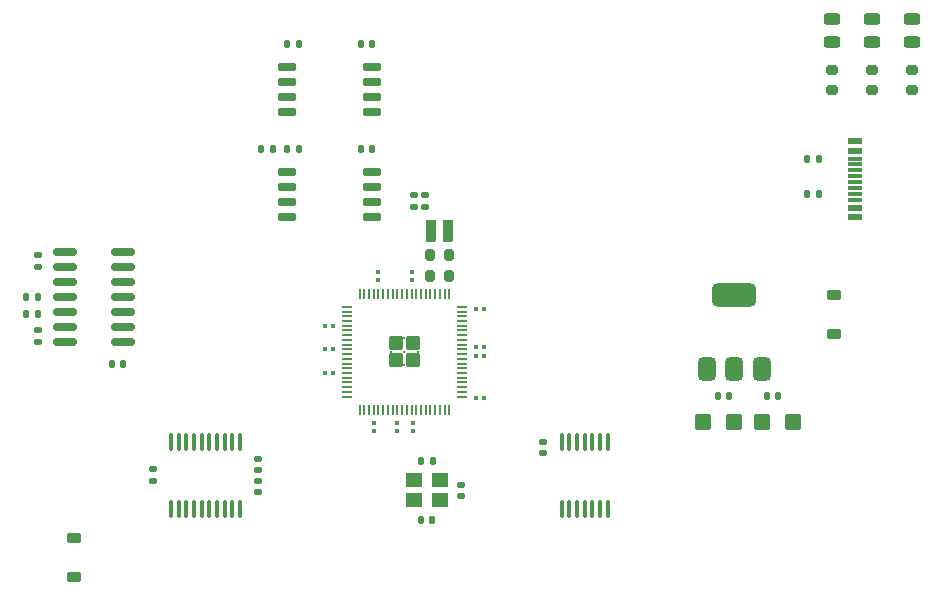
<source format=gbr>
%TF.GenerationSoftware,KiCad,Pcbnew,8.0.5*%
%TF.CreationDate,2024-11-14T03:51:15+01:00*%
%TF.ProjectId,Pico2-MSX,5069636f-322d-44d5-9358-2e6b69636164,0.3*%
%TF.SameCoordinates,Original*%
%TF.FileFunction,Paste,Top*%
%TF.FilePolarity,Positive*%
%FSLAX46Y46*%
G04 Gerber Fmt 4.6, Leading zero omitted, Abs format (unit mm)*
G04 Created by KiCad (PCBNEW 8.0.5) date 2024-11-14 03:51:15*
%MOMM*%
%LPD*%
G01*
G04 APERTURE LIST*
G04 Aperture macros list*
%AMRoundRect*
0 Rectangle with rounded corners*
0 $1 Rounding radius*
0 $2 $3 $4 $5 $6 $7 $8 $9 X,Y pos of 4 corners*
0 Add a 4 corners polygon primitive as box body*
4,1,4,$2,$3,$4,$5,$6,$7,$8,$9,$2,$3,0*
0 Add four circle primitives for the rounded corners*
1,1,$1+$1,$2,$3*
1,1,$1+$1,$4,$5*
1,1,$1+$1,$6,$7*
1,1,$1+$1,$8,$9*
0 Add four rect primitives between the rounded corners*
20,1,$1+$1,$2,$3,$4,$5,0*
20,1,$1+$1,$4,$5,$6,$7,0*
20,1,$1+$1,$6,$7,$8,$9,0*
20,1,$1+$1,$8,$9,$2,$3,0*%
G04 Aperture macros list end*
%ADD10RoundRect,0.079500X-0.100500X0.079500X-0.100500X-0.079500X0.100500X-0.079500X0.100500X0.079500X0*%
%ADD11R,1.240000X0.600000*%
%ADD12R,1.240000X0.300000*%
%ADD13RoundRect,0.135000X0.135000X0.185000X-0.135000X0.185000X-0.135000X-0.185000X0.135000X-0.185000X0*%
%ADD14RoundRect,0.150000X-0.650000X-0.150000X0.650000X-0.150000X0.650000X0.150000X-0.650000X0.150000X0*%
%ADD15RoundRect,0.100000X-0.100000X0.637500X-0.100000X-0.637500X0.100000X-0.637500X0.100000X0.637500X0*%
%ADD16RoundRect,0.079500X0.079500X0.100500X-0.079500X0.100500X-0.079500X-0.100500X0.079500X-0.100500X0*%
%ADD17R,1.400000X1.200000*%
%ADD18RoundRect,0.140000X-0.140000X-0.170000X0.140000X-0.170000X0.140000X0.170000X-0.140000X0.170000X0*%
%ADD19RoundRect,0.135000X-0.185000X0.135000X-0.185000X-0.135000X0.185000X-0.135000X0.185000X0.135000X0*%
%ADD20RoundRect,0.243750X0.456250X-0.243750X0.456250X0.243750X-0.456250X0.243750X-0.456250X-0.243750X0*%
%ADD21RoundRect,0.200000X-0.275000X0.200000X-0.275000X-0.200000X0.275000X-0.200000X0.275000X0.200000X0*%
%ADD22RoundRect,0.250000X-0.350000X-0.350000X0.350000X-0.350000X0.350000X0.350000X-0.350000X0.350000X0*%
%ADD23RoundRect,0.055000X0.335000X-0.055000X0.335000X0.055000X-0.335000X0.055000X-0.335000X-0.055000X0*%
%ADD24RoundRect,0.055000X-0.055000X-0.335000X0.055000X-0.335000X0.055000X0.335000X-0.055000X0.335000X0*%
%ADD25R,0.133333X0.133333*%
%ADD26RoundRect,0.079500X-0.079500X-0.100500X0.079500X-0.100500X0.079500X0.100500X-0.079500X0.100500X0*%
%ADD27RoundRect,0.250000X-0.450000X-0.425000X0.450000X-0.425000X0.450000X0.425000X-0.450000X0.425000X0*%
%ADD28RoundRect,0.140000X0.140000X0.170000X-0.140000X0.170000X-0.140000X-0.170000X0.140000X-0.170000X0*%
%ADD29RoundRect,0.135000X0.185000X-0.135000X0.185000X0.135000X-0.185000X0.135000X-0.185000X-0.135000X0*%
%ADD30RoundRect,0.200000X-0.200000X-0.275000X0.200000X-0.275000X0.200000X0.275000X-0.200000X0.275000X0*%
%ADD31RoundRect,0.225000X0.375000X-0.225000X0.375000X0.225000X-0.375000X0.225000X-0.375000X-0.225000X0*%
%ADD32RoundRect,0.150000X0.825000X0.150000X-0.825000X0.150000X-0.825000X-0.150000X0.825000X-0.150000X0*%
%ADD33RoundRect,0.135000X-0.135000X-0.185000X0.135000X-0.185000X0.135000X0.185000X-0.135000X0.185000X0*%
%ADD34RoundRect,0.140000X0.170000X-0.140000X0.170000X0.140000X-0.170000X0.140000X-0.170000X-0.140000X0*%
%ADD35RoundRect,0.079500X0.100500X-0.079500X0.100500X0.079500X-0.100500X0.079500X-0.100500X-0.079500X0*%
%ADD36RoundRect,0.100000X0.100000X-0.637500X0.100000X0.637500X-0.100000X0.637500X-0.100000X-0.637500X0*%
%ADD37RoundRect,0.140000X-0.170000X0.140000X-0.170000X-0.140000X0.170000X-0.140000X0.170000X0.140000X0*%
%ADD38RoundRect,0.225000X-0.225000X-0.725000X0.225000X-0.725000X0.225000X0.725000X-0.225000X0.725000X0*%
%ADD39RoundRect,0.225000X-0.375000X0.225000X-0.375000X-0.225000X0.375000X-0.225000X0.375000X0.225000X0*%
%ADD40RoundRect,0.375000X0.375000X-0.625000X0.375000X0.625000X-0.375000X0.625000X-0.375000X-0.625000X0*%
%ADD41RoundRect,0.500000X1.400000X-0.500000X1.400000X0.500000X-1.400000X0.500000X-1.400000X-0.500000X0*%
%ADD42RoundRect,0.250000X0.450000X0.425000X-0.450000X0.425000X-0.450000X-0.425000X0.450000X-0.425000X0*%
G04 APERTURE END LIST*
D10*
%TO.C,C14*%
X157802500Y-96974000D03*
X157802500Y-97664000D03*
%TD*%
%TO.C,C10*%
X154512500Y-96974000D03*
X154512500Y-97664000D03*
%TD*%
D11*
%TO.C,J2*%
X195297500Y-79514000D03*
X195297500Y-78714000D03*
D12*
X195297500Y-77564000D03*
X195297500Y-76564000D03*
X195297500Y-76064000D03*
X195297500Y-75064000D03*
D11*
X195297500Y-73914000D03*
X195297500Y-73114000D03*
X195297500Y-73114000D03*
X195297500Y-73914000D03*
D12*
X195297500Y-74564000D03*
X195297500Y-75564000D03*
X195297500Y-77064000D03*
X195297500Y-78064000D03*
D11*
X195297500Y-78714000D03*
X195297500Y-79514000D03*
%TD*%
D13*
%TO.C,R12*%
X192230000Y-77564000D03*
X191210000Y-77564000D03*
%TD*%
D14*
%TO.C,U4*%
X147162500Y-75679000D03*
X147162500Y-76949000D03*
X147162500Y-78219000D03*
X147162500Y-79489000D03*
X154362500Y-79489000D03*
X154362500Y-78219000D03*
X154362500Y-76949000D03*
X154362500Y-75679000D03*
%TD*%
D15*
%TO.C,U2*%
X143202500Y-98529000D03*
X142552500Y-98529000D03*
X141902500Y-98529000D03*
X141252500Y-98529000D03*
X140602500Y-98529000D03*
X139952500Y-98529000D03*
X139302500Y-98529000D03*
X138652500Y-98529000D03*
X138002500Y-98529000D03*
X137352500Y-98529000D03*
X137352500Y-104254000D03*
X138002500Y-104254000D03*
X138652500Y-104254000D03*
X139302500Y-104254000D03*
X139952500Y-104254000D03*
X140602500Y-104254000D03*
X141252500Y-104254000D03*
X141902500Y-104254000D03*
X142552500Y-104254000D03*
X143202500Y-104254000D03*
%TD*%
D16*
%TO.C,C7*%
X151057500Y-92719000D03*
X150367500Y-92719000D03*
%TD*%
D13*
%TO.C,R11*%
X192230000Y-74567750D03*
X191210000Y-74567750D03*
%TD*%
%TO.C,R1*%
X126062500Y-86282500D03*
X125042500Y-86282500D03*
%TD*%
D17*
%TO.C,Y1*%
X157887500Y-103516500D03*
X160087500Y-103516500D03*
X160087500Y-101816500D03*
X157887500Y-101816500D03*
%TD*%
D18*
%TO.C,C15*%
X158507500Y-105166500D03*
X159467500Y-105166500D03*
%TD*%
D19*
%TO.C,R9*%
X158887500Y-77632750D03*
X158887500Y-78652750D03*
%TD*%
D20*
%TO.C,D2*%
X193312500Y-64656500D03*
X193312500Y-62781500D03*
%TD*%
D13*
%TO.C,R7*%
X148182500Y-73784000D03*
X147162500Y-73784000D03*
%TD*%
D21*
%TO.C,R15*%
X200112500Y-67094000D03*
X200112500Y-68744000D03*
%TD*%
D22*
%TO.C,U6*%
X156412500Y-90219000D03*
X156412500Y-91619000D03*
X157812500Y-90219000D03*
X157812500Y-91619000D03*
D23*
X152216000Y-87119000D03*
X152216000Y-87519000D03*
X152216000Y-87919000D03*
X152216000Y-88319000D03*
X152216000Y-88719000D03*
X152216000Y-89119000D03*
X152216000Y-89519000D03*
X152216000Y-89919000D03*
X152216000Y-90319000D03*
X152216000Y-90719000D03*
X152216000Y-91119000D03*
X152216000Y-91519000D03*
X152216000Y-91919000D03*
X152216000Y-92319000D03*
X152216000Y-92719000D03*
X152216000Y-93119000D03*
X152216000Y-93519000D03*
X152216000Y-93919000D03*
X152216000Y-94319000D03*
X152216000Y-94719000D03*
D24*
X153312500Y-95815500D03*
X153712500Y-95815500D03*
X154112500Y-95815500D03*
X154512500Y-95815500D03*
X154912500Y-95815500D03*
X155312500Y-95815500D03*
X155712500Y-95815500D03*
X156112500Y-95815500D03*
X156512500Y-95815500D03*
X156912500Y-95815500D03*
X157312500Y-95815500D03*
X157712500Y-95815500D03*
X158112500Y-95815500D03*
X158512500Y-95815500D03*
X158912500Y-95815500D03*
X159312500Y-95815500D03*
X159712500Y-95815500D03*
X160112500Y-95815500D03*
X160512500Y-95815500D03*
X160912500Y-95815500D03*
D23*
X162009000Y-94719000D03*
X162009000Y-94319000D03*
X162009000Y-93919000D03*
X162009000Y-93519000D03*
X162009000Y-93119000D03*
X162009000Y-92719000D03*
X162009000Y-92319000D03*
X162009000Y-91919000D03*
X162009000Y-91519000D03*
X162009000Y-91119000D03*
X162009000Y-90719000D03*
X162009000Y-90319000D03*
X162009000Y-89919000D03*
X162009000Y-89519000D03*
X162009000Y-89119000D03*
X162009000Y-88719000D03*
X162009000Y-88319000D03*
X162009000Y-87919000D03*
X162009000Y-87519000D03*
X162009000Y-87119000D03*
D24*
X160912500Y-86022500D03*
X160512500Y-86022500D03*
X160112500Y-86022500D03*
X159712500Y-86022500D03*
X159312500Y-86022500D03*
X158912500Y-86022500D03*
X158512500Y-86022500D03*
X158112500Y-86022500D03*
X157712500Y-86022500D03*
X157312500Y-86022500D03*
X156912500Y-86022500D03*
X156512500Y-86022500D03*
X156112500Y-86022500D03*
X155712500Y-86022500D03*
X155312500Y-86022500D03*
X154912500Y-86022500D03*
X154512500Y-86022500D03*
X154112500Y-86022500D03*
X153712500Y-86022500D03*
X153312500Y-86022500D03*
D25*
X155979167Y-89785667D03*
X155979167Y-90919000D03*
X155979167Y-92052333D03*
X157112500Y-89785667D03*
X157112500Y-90919000D03*
X157112500Y-92052333D03*
X158245833Y-89785667D03*
X158245833Y-90919000D03*
X158245833Y-92052333D03*
%TD*%
D26*
%TO.C,C22*%
X163167500Y-94809000D03*
X163857500Y-94809000D03*
%TD*%
D27*
%TO.C,C27*%
X187352500Y-96906500D03*
X190052500Y-96906500D03*
%TD*%
D28*
%TO.C,C9*%
X154362500Y-73784000D03*
X153402500Y-73784000D03*
%TD*%
D29*
%TO.C,R2*%
X126062500Y-83742500D03*
X126062500Y-82722500D03*
%TD*%
D19*
%TO.C,R4*%
X135832500Y-100881500D03*
X135832500Y-101901500D03*
%TD*%
D29*
%TO.C,R3*%
X126062500Y-90092500D03*
X126062500Y-89072500D03*
%TD*%
D13*
%TO.C,R5*%
X145962500Y-73784000D03*
X144942500Y-73784000D03*
%TD*%
D19*
%TO.C,R8*%
X157937500Y-77632750D03*
X157937500Y-78652750D03*
%TD*%
D30*
%TO.C,C16*%
X159312500Y-84525250D03*
X160912500Y-84525250D03*
%TD*%
D16*
%TO.C,C5*%
X151057500Y-88719000D03*
X150367500Y-88719000D03*
%TD*%
D28*
%TO.C,C25*%
X184582500Y-94631500D03*
X183622500Y-94631500D03*
%TD*%
D31*
%TO.C,D3*%
X193483750Y-89417500D03*
X193483750Y-86117500D03*
%TD*%
D30*
%TO.C,C17*%
X159312500Y-82769000D03*
X160912500Y-82769000D03*
%TD*%
D32*
%TO.C,U1*%
X133300000Y-90092500D03*
X133300000Y-88822500D03*
X133300000Y-87552500D03*
X133300000Y-86282500D03*
X133300000Y-85012500D03*
X133300000Y-83742500D03*
X133300000Y-82472500D03*
X128350000Y-82472500D03*
X128350000Y-83742500D03*
X128350000Y-85012500D03*
X128350000Y-86282500D03*
X128350000Y-87552500D03*
X128350000Y-88822500D03*
X128350000Y-90092500D03*
%TD*%
D33*
%TO.C,R10*%
X158477500Y-100166500D03*
X159497500Y-100166500D03*
%TD*%
D34*
%TO.C,C4*%
X144730000Y-102829000D03*
X144730000Y-101869000D03*
%TD*%
D35*
%TO.C,C13*%
X157712500Y-84864000D03*
X157712500Y-84174000D03*
%TD*%
D21*
%TO.C,R13*%
X193312500Y-67094000D03*
X193312500Y-68744000D03*
%TD*%
D28*
%TO.C,C2*%
X133300000Y-91997500D03*
X132340000Y-91997500D03*
%TD*%
D36*
%TO.C,U7*%
X170432500Y-104260000D03*
X171082500Y-104260000D03*
X171732500Y-104260000D03*
X172382500Y-104260000D03*
X173032500Y-104260000D03*
X173682500Y-104260000D03*
X174332500Y-104260000D03*
X174332500Y-98535000D03*
X173682500Y-98535000D03*
X173032500Y-98535000D03*
X172382500Y-98535000D03*
X171732500Y-98535000D03*
X171082500Y-98535000D03*
X170432500Y-98535000D03*
%TD*%
D37*
%TO.C,C3*%
X144730000Y-99964000D03*
X144730000Y-100924000D03*
%TD*%
D28*
%TO.C,C8*%
X154362500Y-64894000D03*
X153402500Y-64894000D03*
%TD*%
D37*
%TO.C,C18*%
X161887500Y-102186500D03*
X161887500Y-103146500D03*
%TD*%
D21*
%TO.C,R14*%
X196712500Y-67094000D03*
X196712500Y-68744000D03*
%TD*%
D38*
%TO.C,L1*%
X159362500Y-80719000D03*
X160762500Y-80719000D03*
%TD*%
D26*
%TO.C,C19*%
X163167500Y-87294000D03*
X163857500Y-87294000D03*
%TD*%
D16*
%TO.C,C6*%
X151057500Y-90719000D03*
X150367500Y-90719000D03*
%TD*%
D35*
%TO.C,C11*%
X154912500Y-84864000D03*
X154912500Y-84174000D03*
%TD*%
D37*
%TO.C,C23*%
X168860000Y-98535000D03*
X168860000Y-99495000D03*
%TD*%
D10*
%TO.C,C12*%
X156512500Y-96974000D03*
X156512500Y-97664000D03*
%TD*%
D20*
%TO.C,D4*%
X196712500Y-64656500D03*
X196712500Y-62781500D03*
%TD*%
D39*
%TO.C,D1*%
X129172500Y-106732500D03*
X129172500Y-110032500D03*
%TD*%
D28*
%TO.C,C1*%
X126062500Y-87711250D03*
X125102500Y-87711250D03*
%TD*%
D18*
%TO.C,C26*%
X187822500Y-94631500D03*
X188782500Y-94631500D03*
%TD*%
D20*
%TO.C,D5*%
X200112500Y-64656500D03*
X200112500Y-62781500D03*
%TD*%
D26*
%TO.C,C21*%
X163167500Y-91294000D03*
X163857500Y-91294000D03*
%TD*%
D40*
%TO.C,U8*%
X182752500Y-92419000D03*
X185052500Y-92419000D03*
D41*
X185052500Y-86119000D03*
D40*
X187352500Y-92419000D03*
%TD*%
D42*
%TO.C,C24*%
X185052500Y-96906500D03*
X182352500Y-96906500D03*
%TD*%
D13*
%TO.C,R6*%
X148182500Y-64894000D03*
X147162500Y-64894000D03*
%TD*%
D14*
%TO.C,U3*%
X147162500Y-66789000D03*
X147162500Y-68059000D03*
X147162500Y-69329000D03*
X147162500Y-70599000D03*
X154362500Y-70599000D03*
X154362500Y-69329000D03*
X154362500Y-68059000D03*
X154362500Y-66789000D03*
%TD*%
D26*
%TO.C,C20*%
X163167500Y-90544000D03*
X163857500Y-90544000D03*
%TD*%
M02*

</source>
